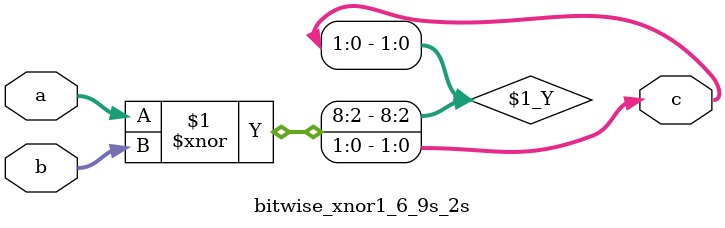
<source format=v>
module bitwise_xnor1_6_9s_2s(a, b, c);
  input [5:0] a;
  input signed [8:0] b;
  output signed [1:0] c;
  assign c = a ~^ b;
endmodule

</source>
